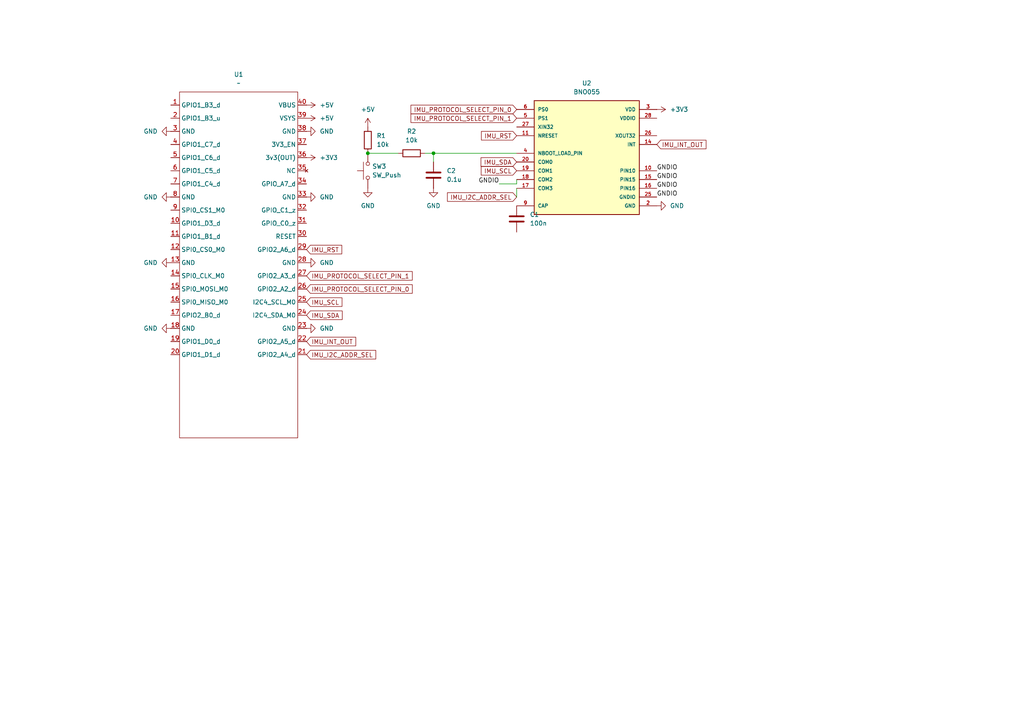
<source format=kicad_sch>
(kicad_sch (version 20250114) (generator "eeschema") (generator_version "9.0")
  (paper "A4")
  (lib_symbols
    (symbol "Device:R" (pin_numbers (hide yes)) (pin_names (offset 0))
      (property "Reference" "R" (at 2.032 0 90))
      (property "Value" "R" (at 0 0 90))
      (symbol "R_0_1"
        (rectangle (start -1.016 -2.54) (end 1.016 2.54) (stroke (width 0.254)))
      )
      (symbol "R_1_1"
        (pin passive line (at 0 3.81 270) (length 1.27) (name "~") (number "1"))
        (pin passive line (at 0 -3.81 90) (length 1.27) (name "~") (number "2"))
      )
    )
    (symbol "Switch:SW_Push" (pin_numbers (hide yes)) (pin_names (offset 1.016) (hide yes))
      (property "Reference" "SW" (at 1.27 2.54 0))
      (property "Value" "SW_Push" (at 0 -1.524 0))
      (symbol "SW_Push_0_1"
        (circle (center -2.032 0) (radius 0.508))
        (polyline (pts (xy 0 1.27) (xy 0 3.048)))
        (circle (center 2.032 0) (radius 0.508))
        (polyline (pts (xy 2.54 1.27) (xy -2.54 1.27)))
        (pin passive line (at -5.08 0 0) (length 2.54) (name "1") (number "1"))
        (pin passive line (at 5.08 0 180) (length 2.54) (name "2") (number "2"))
      )
    )
    (symbol "bots:BNO055" (pin_names (offset 1.016))
      (property "Reference" "U" (at -14.7397 15.7562 0))
      (property "Value" "BNO055" (at -14.7607 -19.5962 0))
      (symbol "BNO055_0_0"
        (rectangle (start -15.24 -17.78) (end 15.24 15.24) (stroke (width 0.254)) (fill (type background)))
        (pin input line (at -20.32 12.7 0) (length 5.08) (name "PS0") (number "6"))
        (pin input line (at -20.32 10.16 0) (length 5.08) (name "PS1") (number "5"))
        (pin input line (at -20.32 7.62 0) (length 5.08) (name "XIN32") (number "27"))
        (pin input line (at -20.32 5.08 0) (length 5.08) (name "NRESET") (number "11"))
        (pin bidirectional line (at -20.32 0 0) (length 5.08) (name "NBOOT_LOAD_PIN") (number "4"))
        (pin bidirectional line (at -20.32 -2.54 0) (length 5.08) (name "COM0") (number "20"))
        (pin bidirectional line (at -20.32 -5.08 0) (length 5.08) (name "COM1") (number "19"))
        (pin bidirectional line (at -20.32 -7.62 0) (length 5.08) (name "COM2") (number "18"))
        (pin bidirectional line (at -20.32 -10.16 0) (length 5.08) (name "COM3") (number "17"))
        (pin passive line (at -20.32 -15.24 0) (length 5.08) (name "CAP") (number "9"))
        (pin power_in line (at 20.32 12.7 180) (length 5.08) (name "VDD") (number "3"))
        (pin power_in line (at 20.32 10.16 180) (length 5.08) (name "VDDIO") (number "28"))
        (pin output line (at 20.32 5.08 180) (length 5.08) (name "XOUT32") (number "26"))
        (pin output line (at 20.32 2.54 180) (length 5.08) (name "INT") (number "14"))
        (pin power_in line (at 20.32 -5.08 180) (length 5.08) (name "PIN10") (number "10"))
        (pin power_in line (at 20.32 -7.62 180) (length 5.08) (name "PIN15") (number "15"))
        (pin power_in line (at 20.32 -10.16 180) (length 5.08) (name "PIN16") (number "16"))
        (pin power_in line (at 20.32 -12.7 180) (length 5.08) (name "GNDIO") (number "25"))
        (pin power_in line (at 20.32 -15.24 180) (length 5.08) (name "GND") (number "2"))
      )
    )
    (symbol "bots:C_0.1u" (pin_numbers (hide yes)) (pin_names (offset 0.254))
      (property "Reference" "C" (at 0.635 2.54 0))
      (property "Value" "0.1u" (at 0.635 -2.54 0))
      (symbol "C_0.1u_0_1"
        (polyline (pts (xy -2.032 0.762) (xy 2.032 0.762)) (stroke (width 0.508)))
        (polyline (pts (xy -2.032 -0.762) (xy 2.032 -0.762)) (stroke (width 0.508)))
      )
      (symbol "C_0.1u_1_1"
        (pin passive line (at 0 3.81 270) (length 2.794) (name "~") (number "1"))
        (pin passive line (at 0 -3.81 90) (length 2.794) (name "~") (number "2"))
      )
    )
    (symbol "bots:RV1106_PICO_MAX"
      (property "Reference" "U" (at 7.62 -3.81 0))
      (symbol "RV1106_PICO_MAX_0_1"
        (rectangle (start -17.78 49.53) (end 16.51 -50.8))
      )
      (symbol "RV1106_PICO_MAX_1_1"
        (pin bidirectional line (at -20.32 45.72 0) (length 2.54) (name "GPIO1_B3_d") (number "1"))
        (pin bidirectional line (at -20.32 41.91 0) (length 2.54) (name "GPIO1_B3_u") (number "2"))
        (pin power_in line (at -20.32 38.1 0) (length 2.54) (name "GND") (number "3"))
        (pin bidirectional line (at -20.32 34.29 0) (length 2.54) (name "GPIO1_C7_d") (number "4"))
        (pin bidirectional line (at -20.32 30.48 0) (length 2.54) (name "GPIO1_C6_d") (number "5"))
        (pin bidirectional line (at -20.32 26.67 0) (length 2.54) (name "GPIO1_C5_d") (number "6"))
        (pin bidirectional line (at -20.32 22.86 0) (length 2.54) (name "GPIO1_C4_d") (number "7"))
        (pin power_in line (at -20.32 19.05 0) (length 2.54) (name "GND") (number "8"))
        (pin bidirectional line (at -20.32 15.24 0) (length 2.54) (name "SPI0_CS1_M0") (number "9"))
        (pin bidirectional line (at -20.32 11.43 0) (length 2.54) (name "GPIO1_D3_d") (number "10"))
        (pin bidirectional line (at -20.32 7.62 0) (length 2.54) (name "GPIO1_B1_d") (number "11"))
        (pin bidirectional line (at -20.32 3.81 0) (length 2.54) (name "SPI0_CS0_M0") (number "12"))
        (pin power_in line (at -20.32 0 0) (length 2.54) (name "GND") (number "13"))
        (pin bidirectional line (at -20.32 -3.81 0) (length 2.54) (name "SPI0_CLK_M0") (number "14"))
        (pin bidirectional line (at -20.32 -7.62 0) (length 2.54) (name "SPI0_MOSI_M0") (number "15"))
        (pin bidirectional line (at -20.32 -11.43 0) (length 2.54) (name "SPI0_MISO_M0") (number "16"))
        (pin bidirectional line (at -20.32 -15.24 0) (length 2.54) (name "GPIO2_B0_d") (number "17"))
        (pin power_in line (at -20.32 -19.05 0) (length 2.54) (name "GND") (number "18"))
        (pin bidirectional line (at -20.32 -22.86 0) (length 2.54) (name "GPIO1_D0_d") (number "19"))
        (pin bidirectional line (at -20.32 -26.67 0) (length 2.54) (name "GPIO1_D1_d") (number "20"))
        (pin power_in line (at 19.05 45.72 180) (length 2.54) (name "VBUS") (number "40"))
        (pin power_in line (at 19.05 41.91 180) (length 2.54) (name "VSYS") (number "39"))
        (pin power_in line (at 19.05 38.1 180) (length 2.54) (name "GND") (number "38"))
        (pin power_in line (at 19.05 34.29 180) (length 2.54) (name "3V3_EN") (number "37"))
        (pin power_out line (at 19.05 30.48 180) (length 2.54) (name "3v3(OUT)") (number "36"))
        (pin no_connect line (at 19.05 26.67 180) (length 2.54) (name "NC") (number "35"))
        (pin bidirectional line (at 19.05 22.86 180) (length 2.54) (name "GPIO_A7_d") (number "34"))
        (pin power_in line (at 19.05 19.05 180) (length 2.54) (name "GND") (number "33"))
        (pin bidirectional line (at 19.05 15.24 180) (length 2.54) (name "GPIO_C1_z") (number "32"))
        (pin bidirectional line (at 19.05 11.43 180) (length 2.54) (name "GPIO_C0_z") (number "31"))
        (pin input line (at 19.05 7.62 180) (length 2.54) (name "RESET") (number "30"))
        (pin bidirectional line (at 19.05 3.81 180) (length 2.54) (name "GPIO2_A6_d") (number "29"))
        (pin power_in line (at 19.05 0 180) (length 2.54) (name "GND") (number "28"))
        (pin bidirectional line (at 19.05 -3.81 180) (length 2.54) (name "GPIO2_A3_d") (number "27"))
        (pin bidirectional line (at 19.05 -7.62 180) (length 2.54) (name "GPIO2_A2_d") (number "26"))
        (pin bidirectional line (at 19.05 -11.43 180) (length 2.54) (name "I2C4_SCL_M0") (number "25"))
        (pin bidirectional line (at 19.05 -15.24 180) (length 2.54) (name "I2C4_SDA_M0") (number "24"))
        (pin power_in line (at 19.05 -19.05 180) (length 2.54) (name "GND") (number "23"))
        (pin bidirectional line (at 19.05 -22.86 180) (length 2.54) (name "GPIO2_A5_d") (number "22"))
        (pin bidirectional line (at 19.05 -26.67 180) (length 2.54) (name "GPIO2_A4_d") (number "21"))
      )
    )
    (symbol "power:+3V3" (power) (pin_numbers (hide yes)) (pin_names (offset 0) (hide yes))
      (property "Value" "+3V3" (at 0 3.556 0))
      (symbol "+3V3_0_1"
        (polyline (pts (xy -0.762 1.27) (xy 0 2.54)))
        (polyline (pts (xy 0 2.54) (xy 0.762 1.27)))
        (polyline (pts (xy 0 0) (xy 0 2.54)))
      )
      (symbol "+3V3_1_1"
        (pin power_in line (at 0 0 90) (length 0) (name "~") (number "1"))
      )
    )
    (symbol "power:+5V" (power) (pin_numbers (hide yes)) (pin_names (offset 0) (hide yes))
      (property "Value" "+5V" (at 0 3.556 0))
      (symbol "+5V_0_1"
        (polyline (pts (xy -0.762 1.27) (xy 0 2.54)))
        (polyline (pts (xy 0 2.54) (xy 0.762 1.27)))
        (polyline (pts (xy 0 0) (xy 0 2.54)))
      )
      (symbol "+5V_1_1"
        (pin power_in line (at 0 0 90) (length 0) (name "~") (number "1"))
      )
    )
    (symbol "power:GND" (power) (pin_numbers (hide yes)) (pin_names (offset 0) (hide yes))
      (property "Value" "GND" (at 0 -3.81 0))
      (symbol "GND_0_1"
        (polyline (pts (xy 0 0) (xy 0 -1.27) (xy 1.27 -1.27) (xy 0 -2.54) (xy -1.27 -1.27) (xy 0 -1.27)))
      )
      (symbol "GND_1_1"
        (pin power_in line (at 0 0 270) (length 0) (name "~") (number "1"))
      )
    )
  )
  (junction (at 125.73 44.45))
  (junction (at 106.68 44.45))
  (wire (pts (xy 115.57 44.45) (xy 106.68 44.45)))
  (wire (pts (xy 144.78 53.34) (xy 149.86 53.34)))
  (wire (pts (xy 125.73 44.45) (xy 149.86 44.45)))
  (wire (pts (xy 149.86 54.61) (xy 149.86 57.15)))
  (wire (pts (xy 123.19 44.45) (xy 125.73 44.45)))
  (wire (pts (xy 149.86 53.34) (xy 149.86 52.07)))
  (wire (pts (xy 125.73 44.45) (xy 125.73 46.99)))
  (label "GNDIO" (at 190.5 49.53 0))
  (label "GNDIO" (at 190.5 54.61 0))
  (label "GNDIO" (at 144.78 53.34 180))
  (label "GNDIO" (at 190.5 57.15 0))
  (label "GNDIO" (at 190.5 52.07 0))
  (global_label "IMU_INT_OUT" (shape input) (at 190.5 41.91 0) (property "Intersheetrefs" "${INTERSHEET_REFS}" (effects (hide yes))))
  (global_label "IMU_PROTOCOL_SELECT_PIN_0" (shape input) (at 149.86 31.75 180) (property "Intersheetrefs" "${INTERSHEET_REFS}" (effects (hide yes))))
  (global_label "IMU_RST" (shape input) (at 88.9 72.39 0) (property "Intersheetrefs" "${INTERSHEET_REFS}" (effects (hide yes))))
  (global_label "IMU_PROTOCOL_SELECT_PIN_0" (shape input) (at 88.9 83.82 0) (property "Intersheetrefs" "${INTERSHEET_REFS}" (effects (hide yes))))
  (global_label "IMU_RST" (shape input) (at 149.86 39.37 180) (property "Intersheetrefs" "${INTERSHEET_REFS}" (effects (hide yes))))
  (global_label "IMU_PROTOCOL_SELECT_PIN_1" (shape input) (at 149.86 34.29 180) (property "Intersheetrefs" "${INTERSHEET_REFS}" (effects (hide yes))))
  (global_label "IMU_SCL" (shape input) (at 149.86 49.53 180) (property "Intersheetrefs" "${INTERSHEET_REFS}" (effects (hide yes))))
  (global_label "IMU_I2C_ADDR_SEL" (shape input) (at 88.9 102.87 0) (property "Intersheetrefs" "${INTERSHEET_REFS}" (effects (hide yes))))
  (global_label "IMU_PROTOCOL_SELECT_PIN_1" (shape input) (at 88.9 80.01 0) (property "Intersheetrefs" "${INTERSHEET_REFS}" (effects (hide yes))))
  (global_label "IMU_SDA" (shape input) (at 88.9 91.44 0) (property "Intersheetrefs" "${INTERSHEET_REFS}" (effects (hide yes))))
  (global_label "IMU_SCL" (shape input) (at 88.9 87.63 0) (property "Intersheetrefs" "${INTERSHEET_REFS}" (effects (hide yes))))
  (global_label "IMU_I2C_ADDR_SEL" (shape input) (at 149.86 57.15 180) (property "Intersheetrefs" "${INTERSHEET_REFS}" (effects (hide yes))))
  (global_label "IMU_INT_OUT" (shape input) (at 88.9 99.06 0) (property "Intersheetrefs" "${INTERSHEET_REFS}" (effects (hide yes))))
  (global_label "IMU_SDA" (shape input) (at 149.86 46.99 180) (property "Intersheetrefs" "${INTERSHEET_REFS}" (effects (hide yes))))
  (symbol (lib_id "power:GND") (at 190.5 59.69 90) (unit 1)
    (property "Reference" "#PWR02" (effects (hide yes)))
    (property "Value" "GND" (at 194.31 59.6899 90) (effects (justify right)))
    (property "Description" "Power symbol creates a global label with name \"GND\" , ground" (effects (hide yes)))
  )
  (symbol (lib_id "Switch:SW_Push") (at 106.68 49.53 90) (unit 1)
    (property "Reference" "SW3" (at 107.95 48.2599 90) (effects (justify right)))
    (property "Value" "SW_Push" (at 107.95 50.7999 90) (effects (justify right)))
    (property "Description" "Push button switch, generic, two pins" (effects (hide yes)))
  )
  (symbol (lib_id "power:+3V3") (at 190.5 31.75 270) (unit 1)
    (property "Reference" "#PWR06" (effects (hide yes)))
    (property "Value" "+3V3" (at 194.31 31.7499 90) (effects (justify left)))
    (property "Description" "Power symbol creates a global label with name \"+3V3\"" (effects (hide yes)))
  )
  (symbol (lib_id "power:GND") (at 49.53 95.25 270) (unit 1)
    (property "Reference" "#PWR012" (effects (hide yes)))
    (property "Value" "GND" (at 45.72 95.2499 90) (effects (justify right)))
    (property "Description" "Power symbol creates a global label with name \"GND\" , ground" (effects (hide yes)))
  )
  (symbol (lib_id "bots:BNO055") (at 170.18 44.45 0) (unit 1)
    (property "Reference" "U2" (at 170.18 24.13 0))
    (property "Value" "BNO055" (at 170.18 26.67 0))
    (property "Footprint" "BNO055:LGA28R50P4X10_380X520X100" (effects (hide yes)))
    (property "MF" "Bosch" (effects (hide yes)))
    (property "Description_1" "BNO055 series Accelerometer, Gyroscope, Magnetometer, 3 Axis Sensor Evaluation Board" (effects (hide yes)))
    (property "Package" "LGA-28 Bosch" (effects (hide yes)))
    (property "Price" "None" (effects (hide yes)))
    (property "Check_prices" "https://www.snapeda.com/parts/BNO055/Bosch/view-part/?ref=eda" (effects (hide yes)))
    (property "SnapEDA_Link" "https://www.snapeda.com/parts/BNO055/Bosch/view-part/?ref=snap" (effects (hide yes)))
    (property "MP" "BNO055" (effects (hide yes)))
    (property "Availability" "In Stock" (effects (hide yes)))
    (property "MANUFACTURER" "BOSCH" (effects (hide yes)))
  )
  (symbol (lib_id "bots:C_0.1u") (at 149.86 63.5 0) (unit 1)
    (property "Reference" "C1" (at 153.67 62.2299 0) (effects (justify left)))
    (property "Value" "100n" (at 153.67 64.7699 0) (effects (justify left)))
    (property "Footprint" "bots:C_0603_1608Metric" (effects (hide yes)))
    (property "Description" "Unpolarized capacitor" (effects (hide yes)))
    (property "MPN" "CC0603KRX7R9BB104" (effects (hide yes)))
    (property "Manufacturer" "YAGEO" (effects (hide yes)))
    (property "Price" "0.0021" (effects (hide yes)))
    (property "JLC" "0603" (effects (hide yes)))
    (property "LCSC" "C14663" (effects (hide yes)))
    (property "JLC Extended" "no" (effects (hide yes)))
  )
  (symbol (lib_id "power:GND") (at 49.53 38.1 270) (unit 1)
    (property "Reference" "#PWR011" (effects (hide yes)))
    (property "Value" "GND" (at 45.72 38.0999 90) (effects (justify right)))
    (property "Description" "Power symbol creates a global label with name \"GND\" , ground" (effects (hide yes)))
  )
  (symbol (lib_id "Device:R") (at 119.38 44.45 270) (unit 1)
    (property "Reference" "R2" (at 119.38 38.1 90))
    (property "Value" "10k" (at 119.38 40.64 90))
    (property "Description" "Resistor" (effects (hide yes)))
  )
  (symbol (lib_id "power:GND") (at 106.68 54.61 0) (unit 1)
    (property "Reference" "#PWR03" (effects (hide yes)))
    (property "Value" "GND" (at 106.68 59.69 0))
    (property "Description" "Power symbol creates a global label with name \"GND\" , ground" (effects (hide yes)))
  )
  (symbol (lib_id "power:GND") (at 88.9 57.15 90) (unit 1)
    (property "Reference" "#PWR01" (effects (hide yes)))
    (property "Value" "GND" (at 92.71 57.1499 90) (effects (justify right)))
    (property "Description" "Power symbol creates a global label with name \"GND\" , ground" (effects (hide yes)))
  )
  (symbol (lib_id "power:GND") (at 88.9 76.2 90) (unit 1)
    (property "Reference" "#PWR016" (effects (hide yes)))
    (property "Value" "GND" (at 92.71 76.1999 90) (effects (justify right)))
    (property "Description" "Power symbol creates a global label with name \"GND\" , ground" (effects (hide yes)))
  )
  (symbol (lib_id "power:+3V3") (at 88.9 45.72 270) (unit 1)
    (property "Reference" "#PWR04" (effects (hide yes)))
    (property "Value" "+3V3" (at 92.71 45.7199 90) (effects (justify left)))
    (property "Description" "Power symbol creates a global label with name \"+3V3\"" (effects (hide yes)))
  )
  (symbol (lib_id "bots:C_0.1u") (at 125.73 50.8 0) (unit 1)
    (property "Reference" "C2" (at 129.54 49.5299 0) (effects (justify left)))
    (property "Value" "0.1u" (at 129.54 52.0699 0) (effects (justify left)))
    (property "Footprint" "bots:C_0603_1608Metric" (effects (hide yes)))
    (property "Description" "Unpolarized capacitor" (effects (hide yes)))
    (property "MPN" "CC0603KRX7R9BB104" (effects (hide yes)))
    (property "Manufacturer" "YAGEO" (effects (hide yes)))
    (property "Price" "0.0021" (effects (hide yes)))
    (property "JLC" "0603" (effects (hide yes)))
    (property "LCSC" "C14663" (effects (hide yes)))
    (property "JLC Extended" "no" (effects (hide yes)))
  )
  (symbol (lib_id "power:GND") (at 49.53 76.2 270) (unit 1)
    (property "Reference" "#PWR09" (effects (hide yes)))
    (property "Value" "GND" (at 45.72 76.1999 90) (effects (justify right)))
    (property "Description" "Power symbol creates a global label with name \"GND\" , ground" (effects (hide yes)))
  )
  (symbol (lib_id "power:+5V") (at 88.9 30.48 270) (unit 1)
    (property "Reference" "#PWR014" (effects (hide yes)))
    (property "Value" "+5V" (at 92.71 30.4799 90) (effects (justify left)))
    (property "Description" "Power symbol creates a global label with name \"+5V\"" (effects (hide yes)))
  )
  (symbol (lib_id "power:GND") (at 125.73 54.61 0) (unit 1)
    (property "Reference" "#PWR07" (effects (hide yes)))
    (property "Value" "GND" (at 125.73 59.69 0))
    (property "Description" "Power symbol creates a global label with name \"GND\" , ground" (effects (hide yes)))
  )
  (symbol (lib_id "power:+5V") (at 106.68 36.83 0) (unit 1)
    (property "Reference" "#PWR05" (effects (hide yes)))
    (property "Value" "+5V" (at 106.68 31.75 0))
    (property "Description" "Power symbol creates a global label with name \"+5V\"" (effects (hide yes)))
  )
  (symbol (lib_id "power:+5V") (at 88.9 34.29 270) (unit 1)
    (property "Reference" "#PWR015" (effects (hide yes)))
    (property "Value" "+5V" (at 92.71 34.2899 90) (effects (justify left)))
    (property "Description" "Power symbol creates a global label with name \"+5V\"" (effects (hide yes)))
  )
  (symbol (lib_id "power:GND") (at 88.9 95.25 90) (unit 1)
    (property "Reference" "#PWR08" (effects (hide yes)))
    (property "Value" "GND" (at 92.71 95.2499 90) (effects (justify right)))
    (property "Description" "Power symbol creates a global label with name \"GND\" , ground" (effects (hide yes)))
  )
  (symbol (lib_id "power:GND") (at 49.53 57.15 270) (unit 1)
    (property "Reference" "#PWR010" (effects (hide yes)))
    (property "Value" "GND" (at 45.72 57.1499 90) (effects (justify right)))
    (property "Description" "Power symbol creates a global label with name \"GND\" , ground" (effects (hide yes)))
  )
  (symbol (lib_id "Device:R") (at 106.68 40.64 180) (unit 1)
    (property "Reference" "R1" (at 109.22 39.3699 0) (effects (justify right)))
    (property "Value" "10k" (at 109.22 41.9099 0) (effects (justify right)))
    (property "Description" "Resistor" (effects (hide yes)))
  )
  (symbol (lib_id "power:GND") (at 88.9 38.1 90) (unit 1)
    (property "Reference" "#PWR013" (effects (hide yes)))
    (property "Value" "GND" (at 92.71 38.0999 90) (effects (justify right)))
    (property "Description" "Power symbol creates a global label with name \"GND\" , ground" (effects (hide yes)))
  )
  (symbol (lib_id "bots:RV1106_PICO_MAX") (at 69.85 76.2 0) (unit 1)
    (property "Reference" "U1" (at 69.215 21.59 0))
    (property "Value" "~" (at 69.215 24.13 0))
  )
)
</source>
